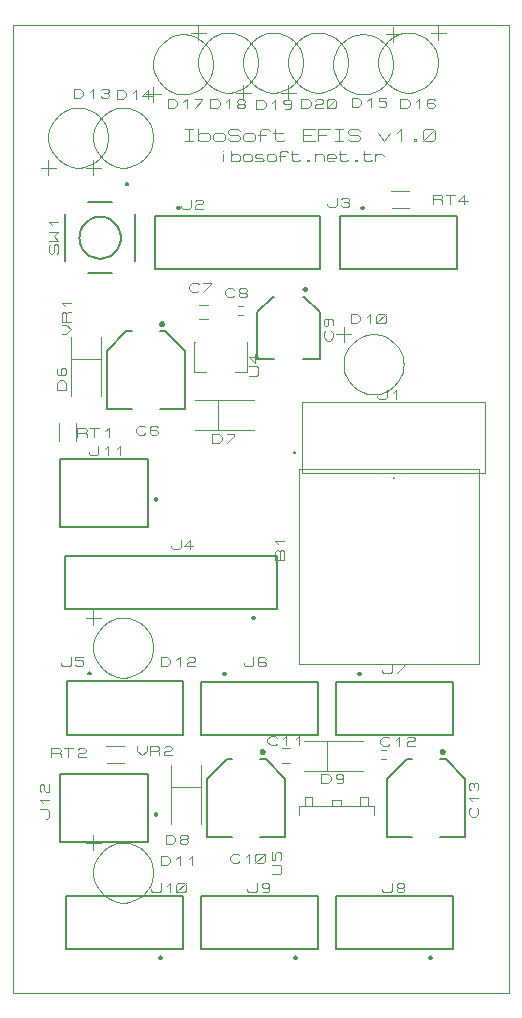
<source format=gbr>
G04 PROTEUS GERBER X2 FILE*
%TF.GenerationSoftware,Labcenter,Proteus,8.16-SP3-Build36097*%
%TF.CreationDate,2024-05-04T02:13:19+00:00*%
%TF.FileFunction,Legend,Top*%
%TF.FilePolarity,Positive*%
%TF.Part,Single*%
%TF.SameCoordinates,{03efdd39-6268-421f-b844-547f2104f690}*%
%FSLAX45Y45*%
%MOMM*%
G01*
%TA.AperFunction,Material*%
%ADD53C,0.100000*%
%ADD54C,0.101600*%
%ADD55C,0.127000*%
%ADD56C,0.200000*%
%ADD57C,0.250000*%
%TA.AperFunction,NonMaterial*%
%ADD58C,0.101600*%
%TA.AperFunction,Profile*%
%ADD34C,0.101600*%
%TD.AperFunction*%
D53*
X+1143000Y-91000D02*
X+1148000Y-86000D01*
X+1143000Y-81000D01*
X+1138000Y-86000D01*
X+1143000Y-91000D01*
D54*
X+218600Y-780680D02*
X+142400Y-780680D01*
X+142400Y-714005D01*
X+155100Y-700670D01*
X+167800Y-700670D01*
X+180500Y-714005D01*
X+193200Y-700670D01*
X+205900Y-700670D01*
X+218600Y-714005D01*
X+218600Y-780680D01*
X+180500Y-780680D02*
X+180500Y-714005D01*
X+167800Y-647330D02*
X+142400Y-620660D01*
X+218600Y-620660D01*
D55*
X-938302Y+71605D02*
X-938302Y-504395D01*
X-1678302Y-504395D01*
X-1678302Y+71605D01*
X-938302Y+71605D01*
D56*
X-854302Y-269395D02*
X-854337Y-268564D01*
X-854618Y-266900D01*
X-855208Y-265236D01*
X-856172Y-263572D01*
X-857647Y-261931D01*
X-859311Y-260730D01*
X-860975Y-259965D01*
X-862639Y-259534D01*
X-864302Y-259395D01*
X-874302Y-269395D02*
X-874267Y-268564D01*
X-873986Y-266900D01*
X-873396Y-265236D01*
X-872432Y-263572D01*
X-870957Y-261931D01*
X-869293Y-260730D01*
X-867629Y-259965D01*
X-865965Y-259534D01*
X-864302Y-259395D01*
X-874302Y-269395D02*
X-874267Y-270226D01*
X-873986Y-271890D01*
X-873396Y-273554D01*
X-872432Y-275218D01*
X-870957Y-276859D01*
X-869293Y-278060D01*
X-867629Y-278825D01*
X-865965Y-279256D01*
X-864302Y-279395D01*
X-854302Y-269395D02*
X-854337Y-270226D01*
X-854618Y-271890D01*
X-855208Y-273554D01*
X-856172Y-275218D01*
X-857647Y-276859D01*
X-859311Y-278060D01*
X-860975Y-278825D01*
X-862639Y-279256D01*
X-864302Y-279395D01*
D54*
X-1435072Y+128755D02*
X-1435072Y+116055D01*
X-1421737Y+103355D01*
X-1368397Y+103355D01*
X-1355062Y+116055D01*
X-1355062Y+179555D01*
X-1301722Y+154155D02*
X-1275052Y+179555D01*
X-1275052Y+103355D01*
X-1195042Y+154155D02*
X-1168372Y+179555D01*
X-1168372Y+103355D01*
D55*
X-938302Y-2595395D02*
X-938302Y-3171395D01*
X-1678302Y-3171395D01*
X-1678302Y-2595395D01*
X-938302Y-2595395D01*
D56*
X-854302Y-2936395D02*
X-854337Y-2935564D01*
X-854618Y-2933900D01*
X-855208Y-2932236D01*
X-856172Y-2930572D01*
X-857647Y-2928931D01*
X-859311Y-2927730D01*
X-860975Y-2926965D01*
X-862639Y-2926534D01*
X-864302Y-2926395D01*
X-874302Y-2936395D02*
X-874267Y-2935564D01*
X-873986Y-2933900D01*
X-873396Y-2932236D01*
X-872432Y-2930572D01*
X-870957Y-2928931D01*
X-869293Y-2927730D01*
X-867629Y-2926965D01*
X-865965Y-2926534D01*
X-864302Y-2926395D01*
X-874302Y-2936395D02*
X-874267Y-2937226D01*
X-873986Y-2938890D01*
X-873396Y-2940554D01*
X-872432Y-2942218D01*
X-870957Y-2943859D01*
X-869293Y-2945060D01*
X-867629Y-2945825D01*
X-865965Y-2946256D01*
X-864302Y-2946395D01*
X-854302Y-2936395D02*
X-854337Y-2937226D01*
X-854618Y-2938890D01*
X-855208Y-2940554D01*
X-856172Y-2942218D01*
X-857647Y-2943859D01*
X-859311Y-2945060D01*
X-860975Y-2945825D01*
X-862639Y-2946256D01*
X-864302Y-2946395D01*
D54*
X-1799579Y-2974088D02*
X-1786879Y-2974088D01*
X-1774179Y-2960753D01*
X-1774179Y-2907413D01*
X-1786879Y-2894078D01*
X-1850379Y-2894078D01*
X-1824979Y-2840738D02*
X-1850379Y-2814068D01*
X-1774179Y-2814068D01*
X-1837679Y-2747393D02*
X-1850379Y-2734058D01*
X-1850379Y-2694053D01*
X-1837679Y-2680718D01*
X-1824979Y-2680718D01*
X-1812279Y-2694053D01*
X-1812279Y-2734058D01*
X-1799579Y-2747393D01*
X-1774179Y-2747393D01*
X-1774179Y-2680718D01*
X-92422Y+1063050D02*
X-92422Y+809050D01*
X-194022Y+809050D01*
X-442942Y+809050D02*
X-544542Y+809050D01*
X-544542Y+1063050D01*
X-536922Y+1063050D01*
X-92422Y+1063050D02*
X-100042Y+1063050D01*
X-75383Y+778716D02*
X-11883Y+778716D01*
X+817Y+792051D01*
X+817Y+845391D01*
X-11883Y+858726D01*
X-75383Y+858726D01*
X-24583Y+965406D02*
X-24583Y+885396D01*
X-75383Y+938736D01*
X+817Y+938736D01*
X+977198Y-2944015D02*
X+977198Y-2867815D01*
X+342198Y-2867815D01*
X+342198Y-2944015D01*
X+697798Y-2867815D02*
X+697798Y-2817015D01*
X+621598Y-2817015D01*
X+621598Y-2867815D01*
X+926398Y-2867815D02*
X+926398Y-2791615D01*
X+862898Y-2791615D01*
X+862898Y-2867815D01*
X+392998Y-2867815D02*
X+392998Y-2791615D01*
X+456498Y-2791615D01*
X+456498Y-2867815D02*
X+456498Y-2791615D01*
X+118678Y-3443760D02*
X+182178Y-3443760D01*
X+194878Y-3430425D01*
X+194878Y-3377085D01*
X+182178Y-3363750D01*
X+118678Y-3363750D01*
X+118678Y-3257070D02*
X+118678Y-3323745D01*
X+144078Y-3323745D01*
X+144078Y-3270405D01*
X+156778Y-3257070D01*
X+182178Y-3257070D01*
X+194878Y-3270405D01*
X+194878Y-3310410D01*
X+182178Y-3323745D01*
X-1665902Y+1129585D02*
X-1627802Y+1129585D01*
X-1589702Y+1169590D01*
X-1627802Y+1209595D01*
X-1665902Y+1209595D01*
X-1589702Y+1236265D02*
X-1665902Y+1236265D01*
X-1665902Y+1302940D01*
X-1653202Y+1316275D01*
X-1640502Y+1316275D01*
X-1627802Y+1302940D01*
X-1627802Y+1236265D01*
X-1627802Y+1302940D02*
X-1615102Y+1316275D01*
X-1589702Y+1316275D01*
X-1640502Y+1369615D02*
X-1665902Y+1396285D01*
X-1589702Y+1396285D01*
X-1025822Y-2359410D02*
X-1025822Y-2397510D01*
X-985817Y-2435610D01*
X-945812Y-2397510D01*
X-945812Y-2359410D01*
X-919142Y-2435610D02*
X-919142Y-2359410D01*
X-852467Y-2359410D01*
X-839132Y-2372110D01*
X-839132Y-2384810D01*
X-852467Y-2397510D01*
X-919142Y-2397510D01*
X-852467Y-2397510D02*
X-839132Y-2410210D01*
X-839132Y-2435610D01*
X-799127Y-2372110D02*
X-785792Y-2359410D01*
X-745787Y-2359410D01*
X-732452Y-2372110D01*
X-732452Y-2384810D01*
X-745787Y-2397510D01*
X-785792Y-2397510D01*
X-799127Y-2410210D01*
X-799127Y-2435610D01*
X-732452Y-2435610D01*
X-498822Y+1380550D02*
X-430242Y+1380550D01*
X-498822Y+1258630D02*
X-427702Y+1258630D01*
X-505507Y+1499257D02*
X-518842Y+1486557D01*
X-558847Y+1486557D01*
X-585517Y+1511957D01*
X-585517Y+1537357D01*
X-558847Y+1562757D01*
X-518842Y+1562757D01*
X-505507Y+1550057D01*
X-465502Y+1562757D02*
X-398827Y+1562757D01*
X-398827Y+1550057D01*
X-465502Y+1486557D01*
X-1287442Y-2354735D02*
X-1135042Y-2354735D01*
X-1284902Y-2502055D02*
X-1135042Y-2502055D01*
X-1754802Y-2451255D02*
X-1754802Y-2375055D01*
X-1688127Y-2375055D01*
X-1674792Y-2387755D01*
X-1674792Y-2400455D01*
X-1688127Y-2413155D01*
X-1754802Y-2413155D01*
X-1688127Y-2413155D02*
X-1674792Y-2425855D01*
X-1674792Y-2451255D01*
X-1648122Y-2375055D02*
X-1568112Y-2375055D01*
X-1608117Y-2375055D02*
X-1608117Y-2451255D01*
X-1528107Y-2387755D02*
X-1514772Y-2375055D01*
X-1474767Y-2375055D01*
X-1461432Y-2387755D01*
X-1461432Y-2400455D01*
X-1474767Y-2413155D01*
X-1514772Y-2413155D01*
X-1528107Y-2425855D01*
X-1528107Y-2451255D01*
X-1461432Y-2451255D01*
X-33742Y+314130D02*
X-534122Y+314130D01*
X-534122Y+568130D02*
X-33742Y+568130D01*
X-341082Y+314130D02*
X-341082Y+568130D01*
X-389342Y+207450D02*
X-389342Y+283650D01*
X-336002Y+283650D01*
X-309332Y+258250D01*
X-309332Y+232850D01*
X-336002Y+207450D01*
X-389342Y+207450D01*
X-269327Y+283650D02*
X-202652Y+283650D01*
X-202652Y+270950D01*
X-269327Y+207450D01*
X-1588482Y+608390D02*
X-1588482Y+1108770D01*
X-1334482Y+1108770D02*
X-1334482Y+608390D01*
X-1588482Y+915730D02*
X-1334482Y+915730D01*
X-1630382Y+660113D02*
X-1706582Y+660113D01*
X-1706582Y+713453D01*
X-1681182Y+740123D01*
X-1655782Y+740123D01*
X-1630382Y+713453D01*
X-1630382Y+660113D01*
X-1693882Y+846803D02*
X-1706582Y+833468D01*
X-1706582Y+793463D01*
X-1693882Y+780128D01*
X-1643082Y+780128D01*
X-1630382Y+793463D01*
X-1630382Y+833468D01*
X-1643082Y+846803D01*
X-1655782Y+846803D01*
X-1668482Y+833468D01*
X-1668482Y+780128D01*
X+889438Y-2566755D02*
X+389058Y-2566755D01*
X+389058Y-2312755D02*
X+889438Y-2312755D01*
X+582098Y-2566755D02*
X+582098Y-2312755D01*
X+533838Y-2673435D02*
X+533838Y-2597235D01*
X+587178Y-2597235D01*
X+613848Y-2622635D01*
X+613848Y-2648035D01*
X+587178Y-2673435D01*
X+533838Y-2673435D01*
X+720528Y-2622635D02*
X+707193Y-2635335D01*
X+667188Y-2635335D01*
X+653853Y-2622635D01*
X+653853Y-2609935D01*
X+667188Y-2597235D01*
X+707193Y-2597235D01*
X+720528Y-2609935D01*
X+720528Y-2660735D01*
X+707193Y-2673435D01*
X+667188Y-2673435D01*
X-737302Y-3015135D02*
X-737302Y-2514755D01*
X-483302Y-2514755D02*
X-483302Y-3015135D01*
X-737302Y-2707795D02*
X-483302Y-2707795D01*
X-785562Y-3185315D02*
X-785562Y-3109115D01*
X-732222Y-3109115D01*
X-705552Y-3134515D01*
X-705552Y-3159915D01*
X-732222Y-3185315D01*
X-785562Y-3185315D01*
X-652212Y-3147215D02*
X-665547Y-3134515D01*
X-665547Y-3121815D01*
X-652212Y-3109115D01*
X-612207Y-3109115D01*
X-598872Y-3121815D01*
X-598872Y-3134515D01*
X-612207Y-3147215D01*
X-652212Y-3147215D01*
X-665547Y-3159915D01*
X-665547Y-3172615D01*
X-652212Y-3185315D01*
X-612207Y-3185315D01*
X-598872Y-3172615D01*
X-598872Y-3159915D01*
X-612207Y-3147215D01*
X+1039198Y-2387755D02*
X+1084918Y-2387755D01*
X+1039198Y-2469035D02*
X+1084918Y-2469035D01*
X+1109048Y-2344575D02*
X+1095713Y-2357275D01*
X+1055708Y-2357275D01*
X+1029038Y-2331875D01*
X+1029038Y-2306475D01*
X+1055708Y-2281075D01*
X+1095713Y-2281075D01*
X+1109048Y-2293775D01*
X+1162388Y-2306475D02*
X+1189058Y-2281075D01*
X+1189058Y-2357275D01*
X+1255733Y-2293775D02*
X+1269068Y-2281075D01*
X+1309073Y-2281075D01*
X+1322408Y-2293775D01*
X+1322408Y-2306475D01*
X+1309073Y-2319175D01*
X+1269068Y-2319175D01*
X+1255733Y-2331875D01*
X+1255733Y-2357275D01*
X+1322408Y-2357275D01*
X+269678Y-2498175D02*
X+201098Y-2498175D01*
X+269678Y-2376255D02*
X+198558Y-2376255D01*
X+156648Y-2338155D02*
X+143313Y-2350855D01*
X+103308Y-2350855D01*
X+76638Y-2325455D01*
X+76638Y-2300055D01*
X+103308Y-2274655D01*
X+143313Y-2274655D01*
X+156648Y-2287355D01*
X+209988Y-2300055D02*
X+236658Y-2274655D01*
X+236658Y-2350855D01*
X+316668Y-2300055D02*
X+343338Y-2274655D01*
X+343338Y-2350855D01*
D57*
X+45198Y-2405395D02*
X+45155Y-2404356D01*
X+44803Y-2402277D01*
X+44066Y-2400198D01*
X+42862Y-2398119D01*
X+41021Y-2396069D01*
X+38942Y-2394566D01*
X+36863Y-2393609D01*
X+34784Y-2393070D01*
X+32705Y-2392895D01*
X+32698Y-2392895D01*
X+20198Y-2405395D02*
X+20241Y-2404356D01*
X+20593Y-2402277D01*
X+21330Y-2400198D01*
X+22534Y-2398119D01*
X+24375Y-2396069D01*
X+26454Y-2394566D01*
X+28533Y-2393609D01*
X+30612Y-2393070D01*
X+32691Y-2392895D01*
X+32698Y-2392895D01*
X+20198Y-2405395D02*
X+20241Y-2406434D01*
X+20593Y-2408513D01*
X+21330Y-2410592D01*
X+22534Y-2412671D01*
X+24375Y-2414721D01*
X+26454Y-2416224D01*
X+28533Y-2417181D01*
X+30612Y-2417720D01*
X+32691Y-2417895D01*
X+32698Y-2417895D01*
X+45198Y-2405395D02*
X+45155Y-2406434D01*
X+44803Y-2408513D01*
X+44066Y-2410592D01*
X+42862Y-2412671D01*
X+41021Y-2414721D01*
X+38942Y-2416224D01*
X+36863Y-2417181D01*
X+34784Y-2417720D01*
X+32705Y-2417895D01*
X+32698Y-2417895D01*
D56*
X+17698Y-2470395D02*
X+62698Y-2470395D01*
X+227698Y-2635395D01*
X+227698Y-3130395D01*
X+17698Y-3130395D01*
X-222302Y-2470395D02*
X-267302Y-2470395D01*
X-432302Y-2635395D01*
X-432302Y-3130395D01*
X-222302Y-3130395D01*
D54*
X-159812Y-3333795D02*
X-173147Y-3346495D01*
X-213152Y-3346495D01*
X-239822Y-3321095D01*
X-239822Y-3295695D01*
X-213152Y-3270295D01*
X-173147Y-3270295D01*
X-159812Y-3282995D01*
X-106472Y-3295695D02*
X-79802Y-3270295D01*
X-79802Y-3346495D01*
X-26462Y-3333795D02*
X-26462Y-3282995D01*
X-13127Y-3270295D01*
X+40213Y-3270295D01*
X+53548Y-3282995D01*
X+53548Y-3333795D01*
X+40213Y-3346495D01*
X-13127Y-3346495D01*
X-26462Y-3333795D01*
X-26462Y-3346495D02*
X+53548Y-3270295D01*
D57*
X+1569198Y-2405395D02*
X+1569155Y-2404356D01*
X+1568803Y-2402277D01*
X+1568066Y-2400198D01*
X+1566862Y-2398119D01*
X+1565021Y-2396069D01*
X+1562942Y-2394566D01*
X+1560863Y-2393609D01*
X+1558784Y-2393070D01*
X+1556705Y-2392895D01*
X+1556698Y-2392895D01*
X+1544198Y-2405395D02*
X+1544241Y-2404356D01*
X+1544593Y-2402277D01*
X+1545330Y-2400198D01*
X+1546534Y-2398119D01*
X+1548375Y-2396069D01*
X+1550454Y-2394566D01*
X+1552533Y-2393609D01*
X+1554612Y-2393070D01*
X+1556691Y-2392895D01*
X+1556698Y-2392895D01*
X+1544198Y-2405395D02*
X+1544241Y-2406434D01*
X+1544593Y-2408513D01*
X+1545330Y-2410592D01*
X+1546534Y-2412671D01*
X+1548375Y-2414721D01*
X+1550454Y-2416224D01*
X+1552533Y-2417181D01*
X+1554612Y-2417720D01*
X+1556691Y-2417895D01*
X+1556698Y-2417895D01*
X+1569198Y-2405395D02*
X+1569155Y-2406434D01*
X+1568803Y-2408513D01*
X+1568066Y-2410592D01*
X+1566862Y-2412671D01*
X+1565021Y-2414721D01*
X+1562942Y-2416224D01*
X+1560863Y-2417181D01*
X+1558784Y-2417720D01*
X+1556705Y-2417895D01*
X+1556698Y-2417895D01*
D56*
X+1541698Y-2470395D02*
X+1586698Y-2470395D01*
X+1751698Y-2635395D01*
X+1751698Y-3130395D01*
X+1541698Y-3130395D01*
X+1301698Y-2470395D02*
X+1256698Y-2470395D01*
X+1091698Y-2635395D01*
X+1091698Y-3130395D01*
X+1301698Y-3130395D01*
D54*
X+1850598Y-2880405D02*
X+1863298Y-2893740D01*
X+1863298Y-2933745D01*
X+1837898Y-2960415D01*
X+1812498Y-2960415D01*
X+1787098Y-2933745D01*
X+1787098Y-2893740D01*
X+1799798Y-2880405D01*
X+1812498Y-2827065D02*
X+1787098Y-2800395D01*
X+1863298Y-2800395D01*
X+1799798Y-2733720D02*
X+1787098Y-2720385D01*
X+1787098Y-2680380D01*
X+1799798Y-2667045D01*
X+1812498Y-2667045D01*
X+1825198Y-2680380D01*
X+1837898Y-2667045D01*
X+1850598Y-2667045D01*
X+1863298Y-2680380D01*
X+1863298Y-2720385D01*
X+1850598Y-2733720D01*
X+1825198Y-2707050D02*
X+1825198Y-2680380D01*
D57*
X-805982Y+1218130D02*
X-806025Y+1219169D01*
X-806377Y+1221248D01*
X-807114Y+1223327D01*
X-808318Y+1225406D01*
X-810159Y+1227456D01*
X-812238Y+1228959D01*
X-814317Y+1229916D01*
X-816396Y+1230455D01*
X-818475Y+1230630D01*
X-818482Y+1230630D01*
X-830982Y+1218130D02*
X-830939Y+1219169D01*
X-830587Y+1221248D01*
X-829850Y+1223327D01*
X-828646Y+1225406D01*
X-826805Y+1227456D01*
X-824726Y+1228959D01*
X-822647Y+1229916D01*
X-820568Y+1230455D01*
X-818489Y+1230630D01*
X-818482Y+1230630D01*
X-830982Y+1218130D02*
X-830939Y+1217091D01*
X-830587Y+1215012D01*
X-829850Y+1212933D01*
X-828646Y+1210854D01*
X-826805Y+1208804D01*
X-824726Y+1207301D01*
X-822647Y+1206344D01*
X-820568Y+1205805D01*
X-818489Y+1205630D01*
X-818482Y+1205630D01*
X-805982Y+1218130D02*
X-806025Y+1217091D01*
X-806377Y+1215012D01*
X-807114Y+1212933D01*
X-808318Y+1210854D01*
X-810159Y+1208804D01*
X-812238Y+1207301D01*
X-814317Y+1206344D01*
X-816396Y+1205805D01*
X-818475Y+1205630D01*
X-818482Y+1205630D01*
D56*
X-833482Y+1153130D02*
X-788482Y+1153130D01*
X-623482Y+988130D01*
X-623482Y+493130D01*
X-833482Y+493130D01*
X-1073482Y+1153130D02*
X-1118482Y+1153130D01*
X-1283482Y+988130D01*
X-1283482Y+493130D01*
X-1073482Y+493130D01*
D54*
X-957652Y+289730D02*
X-970987Y+277030D01*
X-1010992Y+277030D01*
X-1037662Y+302430D01*
X-1037662Y+327830D01*
X-1010992Y+353230D01*
X-970987Y+353230D01*
X-957652Y+340530D01*
X-850972Y+340530D02*
X-864307Y+353230D01*
X-904312Y+353230D01*
X-917647Y+340530D01*
X-917647Y+289730D01*
X-904312Y+277030D01*
X-864307Y+277030D01*
X-850972Y+289730D01*
X-850972Y+302430D01*
X-864307Y+315130D01*
X-917647Y+315130D01*
D57*
X+406945Y+1512000D02*
X+406902Y+1513039D01*
X+406550Y+1515118D01*
X+405813Y+1517197D01*
X+404609Y+1519276D01*
X+402768Y+1521326D01*
X+400689Y+1522829D01*
X+398610Y+1523786D01*
X+396531Y+1524325D01*
X+394452Y+1524500D01*
X+394445Y+1524500D01*
X+381945Y+1512000D02*
X+381988Y+1513039D01*
X+382340Y+1515118D01*
X+383077Y+1517197D01*
X+384281Y+1519276D01*
X+386122Y+1521326D01*
X+388201Y+1522829D01*
X+390280Y+1523786D01*
X+392359Y+1524325D01*
X+394438Y+1524500D01*
X+394445Y+1524500D01*
X+381945Y+1512000D02*
X+381988Y+1510961D01*
X+382340Y+1508882D01*
X+383077Y+1506803D01*
X+384281Y+1504724D01*
X+386122Y+1502674D01*
X+388201Y+1501171D01*
X+390280Y+1500214D01*
X+392359Y+1499675D01*
X+394438Y+1499500D01*
X+394445Y+1499500D01*
X+406945Y+1512000D02*
X+406902Y+1510961D01*
X+406550Y+1508882D01*
X+405813Y+1506803D01*
X+404609Y+1504724D01*
X+402768Y+1502674D01*
X+400689Y+1501171D01*
X+398610Y+1500214D01*
X+396531Y+1499675D01*
X+394452Y+1499500D01*
X+394445Y+1499500D01*
D56*
X+376945Y+1447000D02*
X+386945Y+1447000D01*
X+519445Y+1314500D01*
X+519445Y+917000D01*
X+376945Y+917000D01*
X+131945Y+1447000D02*
X+121945Y+1447000D01*
X-10555Y+1314500D01*
X-10555Y+917000D01*
X+131945Y+917000D01*
D54*
X+618345Y+1155330D02*
X+631045Y+1141995D01*
X+631045Y+1101990D01*
X+605645Y+1075320D01*
X+580245Y+1075320D01*
X+554845Y+1101990D01*
X+554845Y+1141995D01*
X+567545Y+1155330D01*
X+580245Y+1262010D02*
X+592945Y+1248675D01*
X+592945Y+1208670D01*
X+580245Y+1195335D01*
X+567545Y+1195335D01*
X+554845Y+1208670D01*
X+554845Y+1248675D01*
X+567545Y+1262010D01*
X+618345Y+1262010D01*
X+631045Y+1248675D01*
X+631045Y+1208670D01*
X-1687341Y+221866D02*
X-1687341Y+374266D01*
X-1540021Y+224406D02*
X-1540021Y+374266D01*
X-1534941Y+257426D02*
X-1534941Y+333626D01*
X-1468266Y+333626D01*
X-1454931Y+320926D01*
X-1454931Y+308226D01*
X-1468266Y+295526D01*
X-1534941Y+295526D01*
X-1468266Y+295526D02*
X-1454931Y+282826D01*
X-1454931Y+257426D01*
X-1428261Y+333626D02*
X-1348251Y+333626D01*
X-1388256Y+333626D02*
X-1388256Y+257426D01*
X-1294911Y+308226D02*
X-1268241Y+333626D01*
X-1268241Y+257426D01*
D55*
X+518698Y+1679226D02*
X-871302Y+1679226D01*
X+518698Y+2129226D02*
X+518698Y+1679226D01*
X-871302Y+1679226D02*
X-871302Y+2129226D01*
X+518698Y+2129226D01*
D56*
X-666302Y+2199226D02*
X-666337Y+2200057D01*
X-666618Y+2201721D01*
X-667208Y+2203385D01*
X-668172Y+2205049D01*
X-669647Y+2206690D01*
X-671311Y+2207891D01*
X-672975Y+2208656D01*
X-674639Y+2209087D01*
X-676302Y+2209226D01*
X-686302Y+2199226D02*
X-686267Y+2200057D01*
X-685986Y+2201721D01*
X-685396Y+2203385D01*
X-684432Y+2205049D01*
X-682957Y+2206690D01*
X-681293Y+2207891D01*
X-679629Y+2208656D01*
X-677965Y+2209087D01*
X-676302Y+2209226D01*
X-686302Y+2199226D02*
X-686267Y+2198395D01*
X-685986Y+2196731D01*
X-685396Y+2195067D01*
X-684432Y+2193403D01*
X-682957Y+2191762D01*
X-681293Y+2190561D01*
X-679629Y+2189796D01*
X-677965Y+2189365D01*
X-676302Y+2189226D01*
X-666302Y+2199226D02*
X-666337Y+2198395D01*
X-666618Y+2196731D01*
X-667208Y+2195067D01*
X-668172Y+2193403D01*
X-669647Y+2191762D01*
X-671311Y+2190561D01*
X-672975Y+2189796D01*
X-674639Y+2189365D01*
X-676302Y+2189226D01*
D54*
X-653672Y+2217366D02*
X-653672Y+2204666D01*
X-640337Y+2191966D01*
X-586997Y+2191966D01*
X-573662Y+2204666D01*
X-573662Y+2268166D01*
X-533657Y+2255466D02*
X-520322Y+2268166D01*
X-480317Y+2268166D01*
X-466982Y+2255466D01*
X-466982Y+2242766D01*
X-480317Y+2230066D01*
X-520322Y+2230066D01*
X-533657Y+2217366D01*
X-533657Y+2191966D01*
X-466982Y+2191966D01*
D55*
X+1677698Y+1679226D02*
X+687698Y+1679226D01*
X+1677698Y+2129226D02*
X+1677698Y+1679226D01*
X+687698Y+1679226D02*
X+687698Y+2129226D01*
X+1677698Y+2129226D01*
D56*
X+892698Y+2199226D02*
X+892663Y+2200057D01*
X+892382Y+2201721D01*
X+891792Y+2203385D01*
X+890828Y+2205049D01*
X+889353Y+2206690D01*
X+887689Y+2207891D01*
X+886025Y+2208656D01*
X+884361Y+2209087D01*
X+882698Y+2209226D01*
X+872698Y+2199226D02*
X+872733Y+2200057D01*
X+873014Y+2201721D01*
X+873604Y+2203385D01*
X+874568Y+2205049D01*
X+876043Y+2206690D01*
X+877707Y+2207891D01*
X+879371Y+2208656D01*
X+881035Y+2209087D01*
X+882698Y+2209226D01*
X+872698Y+2199226D02*
X+872733Y+2198395D01*
X+873014Y+2196731D01*
X+873604Y+2195067D01*
X+874568Y+2193403D01*
X+876043Y+2191762D01*
X+877707Y+2190561D01*
X+879371Y+2189796D01*
X+881035Y+2189365D01*
X+882698Y+2189226D01*
X+892698Y+2199226D02*
X+892663Y+2198395D01*
X+892382Y+2196731D01*
X+891792Y+2195067D01*
X+890828Y+2193403D01*
X+889353Y+2191762D01*
X+887689Y+2190561D01*
X+886025Y+2189796D01*
X+884361Y+2189365D01*
X+882698Y+2189226D01*
D54*
X+582057Y+2231751D02*
X+582057Y+2219051D01*
X+595392Y+2206351D01*
X+648732Y+2206351D01*
X+662067Y+2219051D01*
X+662067Y+2282551D01*
X+702072Y+2269851D02*
X+715407Y+2282551D01*
X+755412Y+2282551D01*
X+768747Y+2269851D01*
X+768747Y+2257151D01*
X+755412Y+2244451D01*
X+768747Y+2231751D01*
X+768747Y+2219051D01*
X+755412Y+2206351D01*
X+715407Y+2206351D01*
X+702072Y+2219051D01*
X+728742Y+2244451D02*
X+755412Y+2244451D01*
D55*
X-1635302Y-751395D02*
X+154698Y-751395D01*
X-1635302Y-1201395D02*
X-1635302Y-751395D01*
X+154698Y-751395D02*
X+154698Y-1201395D01*
X-1635302Y-1201395D01*
D56*
X-30302Y-1271395D02*
X-30337Y-1270564D01*
X-30618Y-1268900D01*
X-31208Y-1267236D01*
X-32172Y-1265572D01*
X-33647Y-1263931D01*
X-35311Y-1262730D01*
X-36975Y-1261965D01*
X-38639Y-1261534D01*
X-40302Y-1261395D01*
X-50302Y-1271395D02*
X-50267Y-1270564D01*
X-49986Y-1268900D01*
X-49396Y-1267236D01*
X-48432Y-1265572D01*
X-46957Y-1263931D01*
X-45293Y-1262730D01*
X-43629Y-1261965D01*
X-41965Y-1261534D01*
X-40302Y-1261395D01*
X-50302Y-1271395D02*
X-50267Y-1272226D01*
X-49986Y-1273890D01*
X-49396Y-1275554D01*
X-48432Y-1277218D01*
X-46957Y-1278859D01*
X-45293Y-1280060D01*
X-43629Y-1280825D01*
X-41965Y-1281256D01*
X-40302Y-1281395D01*
X-30302Y-1271395D02*
X-30337Y-1272226D01*
X-30618Y-1273890D01*
X-31208Y-1275554D01*
X-32172Y-1277218D01*
X-33647Y-1278859D01*
X-35311Y-1280060D01*
X-36975Y-1280825D01*
X-38639Y-1281256D01*
X-40302Y-1281395D01*
D54*
X-737982Y-661732D02*
X-737982Y-674432D01*
X-724647Y-687132D01*
X-671307Y-687132D01*
X-657972Y-674432D01*
X-657972Y-610932D01*
X-551292Y-661732D02*
X-631302Y-661732D01*
X-577962Y-610932D01*
X-577962Y-687132D01*
D55*
X-634334Y-2261140D02*
X-1624334Y-2261140D01*
X-634334Y-1811140D02*
X-634334Y-2261140D01*
X-1624334Y-2261140D02*
X-1624334Y-1811140D01*
X-634334Y-1811140D01*
D56*
X-1419334Y-1741140D02*
X-1419369Y-1740309D01*
X-1419650Y-1738645D01*
X-1420240Y-1736981D01*
X-1421204Y-1735317D01*
X-1422679Y-1733676D01*
X-1424343Y-1732475D01*
X-1426007Y-1731710D01*
X-1427671Y-1731279D01*
X-1429334Y-1731140D01*
X-1439334Y-1741140D02*
X-1439299Y-1740309D01*
X-1439018Y-1738645D01*
X-1438428Y-1736981D01*
X-1437464Y-1735317D01*
X-1435989Y-1733676D01*
X-1434325Y-1732475D01*
X-1432661Y-1731710D01*
X-1430997Y-1731279D01*
X-1429334Y-1731140D01*
X-1439334Y-1741140D02*
X-1439299Y-1741971D01*
X-1439018Y-1743635D01*
X-1438428Y-1745299D01*
X-1437464Y-1746963D01*
X-1435989Y-1748604D01*
X-1434325Y-1749805D01*
X-1432661Y-1750570D01*
X-1430997Y-1751001D01*
X-1429334Y-1751140D01*
X-1419334Y-1741140D02*
X-1419369Y-1741971D01*
X-1419650Y-1743635D01*
X-1420240Y-1745299D01*
X-1421204Y-1746963D01*
X-1422679Y-1748604D01*
X-1424343Y-1749805D01*
X-1426007Y-1750570D01*
X-1427671Y-1751001D01*
X-1429334Y-1751140D01*
D54*
X-1668244Y-1655103D02*
X-1668244Y-1667803D01*
X-1654909Y-1680503D01*
X-1601569Y-1680503D01*
X-1588234Y-1667803D01*
X-1588234Y-1604303D01*
X-1481554Y-1604303D02*
X-1548229Y-1604303D01*
X-1548229Y-1629703D01*
X-1494889Y-1629703D01*
X-1481554Y-1642403D01*
X-1481554Y-1667803D01*
X-1494889Y-1680503D01*
X-1534894Y-1680503D01*
X-1548229Y-1667803D01*
D55*
X+508574Y-2266650D02*
X-481426Y-2266650D01*
X+508574Y-1816650D02*
X+508574Y-2266650D01*
X-481426Y-2266650D02*
X-481426Y-1816650D01*
X+508574Y-1816650D01*
D56*
X-276426Y-1746650D02*
X-276461Y-1745819D01*
X-276742Y-1744155D01*
X-277332Y-1742491D01*
X-278296Y-1740827D01*
X-279771Y-1739186D01*
X-281435Y-1737985D01*
X-283099Y-1737220D01*
X-284763Y-1736789D01*
X-286426Y-1736650D01*
X-296426Y-1746650D02*
X-296391Y-1745819D01*
X-296110Y-1744155D01*
X-295520Y-1742491D01*
X-294556Y-1740827D01*
X-293081Y-1739186D01*
X-291417Y-1737985D01*
X-289753Y-1737220D01*
X-288089Y-1736789D01*
X-286426Y-1736650D01*
X-296426Y-1746650D02*
X-296391Y-1747481D01*
X-296110Y-1749145D01*
X-295520Y-1750809D01*
X-294556Y-1752473D01*
X-293081Y-1754114D01*
X-291417Y-1755315D01*
X-289753Y-1756080D01*
X-288089Y-1756511D01*
X-286426Y-1756650D01*
X-276426Y-1746650D02*
X-276461Y-1747481D01*
X-276742Y-1749145D01*
X-277332Y-1750809D01*
X-278296Y-1752473D01*
X-279771Y-1754114D01*
X-281435Y-1755315D01*
X-283099Y-1756080D01*
X-284763Y-1756511D01*
X-286426Y-1756650D01*
D54*
X-123982Y-1655936D02*
X-123982Y-1668636D01*
X-110647Y-1681336D01*
X-57307Y-1681336D01*
X-43972Y-1668636D01*
X-43972Y-1605136D01*
X+62708Y-1617836D02*
X+49373Y-1605136D01*
X+9368Y-1605136D01*
X-3967Y-1617836D01*
X-3967Y-1668636D01*
X+9368Y-1681336D01*
X+49373Y-1681336D01*
X+62708Y-1668636D01*
X+62708Y-1655936D01*
X+49373Y-1643236D01*
X-3967Y-1643236D01*
D55*
X+1651574Y-2266650D02*
X+661574Y-2266650D01*
X+1651574Y-1816650D02*
X+1651574Y-2266650D01*
X+661574Y-2266650D02*
X+661574Y-1816650D01*
X+1651574Y-1816650D01*
D56*
X+866574Y-1746650D02*
X+866539Y-1745819D01*
X+866258Y-1744155D01*
X+865668Y-1742491D01*
X+864704Y-1740827D01*
X+863229Y-1739186D01*
X+861565Y-1737985D01*
X+859901Y-1737220D01*
X+858237Y-1736789D01*
X+856574Y-1736650D01*
X+846574Y-1746650D02*
X+846609Y-1745819D01*
X+846890Y-1744155D01*
X+847480Y-1742491D01*
X+848444Y-1740827D01*
X+849919Y-1739186D01*
X+851583Y-1737985D01*
X+853247Y-1737220D01*
X+854911Y-1736789D01*
X+856574Y-1736650D01*
X+846574Y-1746650D02*
X+846609Y-1747481D01*
X+846890Y-1749145D01*
X+847480Y-1750809D01*
X+848444Y-1752473D01*
X+849919Y-1754114D01*
X+851583Y-1755315D01*
X+853247Y-1756080D01*
X+854911Y-1756511D01*
X+856574Y-1756650D01*
X+866574Y-1746650D02*
X+866539Y-1747481D01*
X+866258Y-1749145D01*
X+865668Y-1750809D01*
X+864704Y-1752473D01*
X+863229Y-1754114D01*
X+861565Y-1755315D01*
X+859901Y-1756080D01*
X+858237Y-1756511D01*
X+856574Y-1756650D01*
D54*
X+1049894Y-1714200D02*
X+1049894Y-1726900D01*
X+1063229Y-1739600D01*
X+1116569Y-1739600D01*
X+1129904Y-1726900D01*
X+1129904Y-1663400D01*
X+1169909Y-1663400D02*
X+1236584Y-1663400D01*
X+1236584Y-1676100D01*
X+1169909Y-1739600D01*
D55*
X+661574Y-3628650D02*
X+1651574Y-3628650D01*
X+661574Y-4078650D02*
X+661574Y-3628650D01*
X+1651574Y-3628650D02*
X+1651574Y-4078650D01*
X+661574Y-4078650D01*
D56*
X+1466574Y-4148650D02*
X+1466539Y-4147819D01*
X+1466258Y-4146155D01*
X+1465668Y-4144491D01*
X+1464704Y-4142827D01*
X+1463229Y-4141186D01*
X+1461565Y-4139985D01*
X+1459901Y-4139220D01*
X+1458237Y-4138789D01*
X+1456574Y-4138650D01*
X+1446574Y-4148650D02*
X+1446609Y-4147819D01*
X+1446890Y-4146155D01*
X+1447480Y-4144491D01*
X+1448444Y-4142827D01*
X+1449919Y-4141186D01*
X+1451583Y-4139985D01*
X+1453247Y-4139220D01*
X+1454911Y-4138789D01*
X+1456574Y-4138650D01*
X+1446574Y-4148650D02*
X+1446609Y-4149481D01*
X+1446890Y-4151145D01*
X+1447480Y-4152809D01*
X+1448444Y-4154473D01*
X+1449919Y-4156114D01*
X+1451583Y-4157315D01*
X+1453247Y-4158080D01*
X+1454911Y-4158511D01*
X+1456574Y-4158650D01*
X+1466574Y-4148650D02*
X+1466539Y-4149481D01*
X+1466258Y-4151145D01*
X+1465668Y-4152809D01*
X+1464704Y-4154473D01*
X+1463229Y-4156114D01*
X+1461565Y-4157315D01*
X+1459901Y-4158080D01*
X+1458237Y-4158511D01*
X+1456574Y-4158650D01*
D54*
X+1049894Y-3571500D02*
X+1049894Y-3584200D01*
X+1063229Y-3596900D01*
X+1116569Y-3596900D01*
X+1129904Y-3584200D01*
X+1129904Y-3520700D01*
X+1183244Y-3558800D02*
X+1169909Y-3546100D01*
X+1169909Y-3533400D01*
X+1183244Y-3520700D01*
X+1223249Y-3520700D01*
X+1236584Y-3533400D01*
X+1236584Y-3546100D01*
X+1223249Y-3558800D01*
X+1183244Y-3558800D01*
X+1169909Y-3571500D01*
X+1169909Y-3584200D01*
X+1183244Y-3596900D01*
X+1223249Y-3596900D01*
X+1236584Y-3584200D01*
X+1236584Y-3571500D01*
X+1223249Y-3558800D01*
D55*
X-481426Y-3628650D02*
X+508574Y-3628650D01*
X-481426Y-4078650D02*
X-481426Y-3628650D01*
X+508574Y-3628650D02*
X+508574Y-4078650D01*
X-481426Y-4078650D01*
D56*
X+323574Y-4148650D02*
X+323539Y-4147819D01*
X+323258Y-4146155D01*
X+322668Y-4144491D01*
X+321704Y-4142827D01*
X+320229Y-4141186D01*
X+318565Y-4139985D01*
X+316901Y-4139220D01*
X+315237Y-4138789D01*
X+313574Y-4138650D01*
X+303574Y-4148650D02*
X+303609Y-4147819D01*
X+303890Y-4146155D01*
X+304480Y-4144491D01*
X+305444Y-4142827D01*
X+306919Y-4141186D01*
X+308583Y-4139985D01*
X+310247Y-4139220D01*
X+311911Y-4138789D01*
X+313574Y-4138650D01*
X+303574Y-4148650D02*
X+303609Y-4149481D01*
X+303890Y-4151145D01*
X+304480Y-4152809D01*
X+305444Y-4154473D01*
X+306919Y-4156114D01*
X+308583Y-4157315D01*
X+310247Y-4158080D01*
X+311911Y-4158511D01*
X+313574Y-4158650D01*
X+323574Y-4148650D02*
X+323539Y-4149481D01*
X+323258Y-4151145D01*
X+322668Y-4152809D01*
X+321704Y-4154473D01*
X+320229Y-4156114D01*
X+318565Y-4157315D01*
X+316901Y-4158080D01*
X+315237Y-4158511D01*
X+313574Y-4158650D01*
D54*
X-93106Y-3571500D02*
X-93106Y-3584200D01*
X-79771Y-3596900D01*
X-26431Y-3596900D01*
X-13096Y-3584200D01*
X-13096Y-3520700D01*
X+93584Y-3546100D02*
X+80249Y-3558800D01*
X+40244Y-3558800D01*
X+26909Y-3546100D01*
X+26909Y-3533400D01*
X+40244Y-3520700D01*
X+80249Y-3520700D01*
X+93584Y-3533400D01*
X+93584Y-3584200D01*
X+80249Y-3596900D01*
X+40244Y-3596900D01*
D55*
X-1624426Y-3628650D02*
X-634426Y-3628650D01*
X-1624426Y-4078650D02*
X-1624426Y-3628650D01*
X-634426Y-3628650D02*
X-634426Y-4078650D01*
X-1624426Y-4078650D01*
D56*
X-819426Y-4148650D02*
X-819461Y-4147819D01*
X-819742Y-4146155D01*
X-820332Y-4144491D01*
X-821296Y-4142827D01*
X-822771Y-4141186D01*
X-824435Y-4139985D01*
X-826099Y-4139220D01*
X-827763Y-4138789D01*
X-829426Y-4138650D01*
X-839426Y-4148650D02*
X-839391Y-4147819D01*
X-839110Y-4146155D01*
X-838520Y-4144491D01*
X-837556Y-4142827D01*
X-836081Y-4141186D01*
X-834417Y-4139985D01*
X-832753Y-4139220D01*
X-831089Y-4138789D01*
X-829426Y-4138650D01*
X-839426Y-4148650D02*
X-839391Y-4149481D01*
X-839110Y-4151145D01*
X-838520Y-4152809D01*
X-837556Y-4154473D01*
X-836081Y-4156114D01*
X-834417Y-4157315D01*
X-832753Y-4158080D01*
X-831089Y-4158511D01*
X-829426Y-4158650D01*
X-819426Y-4148650D02*
X-819461Y-4149481D01*
X-819742Y-4151145D01*
X-820332Y-4152809D01*
X-821296Y-4154473D01*
X-822771Y-4156114D01*
X-824435Y-4157315D01*
X-826099Y-4158080D01*
X-827763Y-4158511D01*
X-829426Y-4158650D01*
D54*
X-908446Y-3571500D02*
X-908446Y-3584200D01*
X-895111Y-3596900D01*
X-841771Y-3596900D01*
X-828436Y-3584200D01*
X-828436Y-3520700D01*
X-775096Y-3546100D02*
X-748426Y-3520700D01*
X-748426Y-3596900D01*
X-695086Y-3584200D02*
X-695086Y-3533400D01*
X-681751Y-3520700D01*
X-628411Y-3520700D01*
X-615076Y-3533400D01*
X-615076Y-3584200D01*
X-628411Y-3596900D01*
X-681751Y-3596900D01*
X-695086Y-3584200D01*
X-695086Y-3596900D02*
X-615076Y-3520700D01*
D55*
X-1040302Y+2145605D02*
X-1040302Y+1745605D01*
X-1239302Y+1645605D02*
X-1439302Y+1645605D01*
X-1638812Y+1745605D02*
X-1638812Y+2145605D01*
X-1239302Y+2244605D02*
X-1439302Y+2244605D01*
X-1163802Y+1945105D02*
X-1164385Y+1959400D01*
X-1169123Y+1987991D01*
X-1179017Y+2016582D01*
X-1195126Y+2045173D01*
X-1219767Y+2073603D01*
X-1248358Y+2095203D01*
X-1276949Y+2109155D01*
X-1305540Y+2117327D01*
X-1334131Y+2120529D01*
X-1339302Y+2120605D01*
X-1514802Y+1945105D02*
X-1514219Y+1959400D01*
X-1509481Y+1987991D01*
X-1499587Y+2016582D01*
X-1483478Y+2045173D01*
X-1458837Y+2073603D01*
X-1430246Y+2095203D01*
X-1401655Y+2109155D01*
X-1373064Y+2117327D01*
X-1344473Y+2120529D01*
X-1339302Y+2120605D01*
X-1514802Y+1945105D02*
X-1514219Y+1930810D01*
X-1509481Y+1902219D01*
X-1499587Y+1873628D01*
X-1483478Y+1845037D01*
X-1458837Y+1816607D01*
X-1430246Y+1795007D01*
X-1401655Y+1781055D01*
X-1373064Y+1772883D01*
X-1344473Y+1769681D01*
X-1339302Y+1769605D01*
X-1163802Y+1945105D02*
X-1164385Y+1930810D01*
X-1169123Y+1902219D01*
X-1179017Y+1873628D01*
X-1195126Y+1845037D01*
X-1219767Y+1816607D01*
X-1248358Y+1795007D01*
X-1276949Y+1781055D01*
X-1305540Y+1772883D01*
X-1334131Y+1769681D01*
X-1339302Y+1769605D01*
D56*
X-1104302Y+2402605D02*
X-1104337Y+2403436D01*
X-1104618Y+2405100D01*
X-1105208Y+2406764D01*
X-1106172Y+2408428D01*
X-1107647Y+2410069D01*
X-1109311Y+2411270D01*
X-1110975Y+2412035D01*
X-1112639Y+2412466D01*
X-1114302Y+2412605D01*
X-1124302Y+2402605D02*
X-1124267Y+2403436D01*
X-1123986Y+2405100D01*
X-1123396Y+2406764D01*
X-1122432Y+2408428D01*
X-1120957Y+2410069D01*
X-1119293Y+2411270D01*
X-1117629Y+2412035D01*
X-1115965Y+2412466D01*
X-1114302Y+2412605D01*
X-1124302Y+2402605D02*
X-1124267Y+2401774D01*
X-1123986Y+2400110D01*
X-1123396Y+2398446D01*
X-1122432Y+2396782D01*
X-1120957Y+2395141D01*
X-1119293Y+2393940D01*
X-1117629Y+2393175D01*
X-1115965Y+2392744D01*
X-1114302Y+2392605D01*
X-1104302Y+2402605D02*
X-1104337Y+2401774D01*
X-1104618Y+2400110D01*
X-1105208Y+2398446D01*
X-1106172Y+2396782D01*
X-1107647Y+2395141D01*
X-1109311Y+2393940D01*
X-1110975Y+2393175D01*
X-1112639Y+2392744D01*
X-1114302Y+2392605D01*
D54*
X-1707052Y+1810335D02*
X-1694352Y+1823670D01*
X-1694352Y+1877010D01*
X-1707052Y+1890345D01*
X-1719752Y+1890345D01*
X-1732452Y+1877010D01*
X-1732452Y+1823670D01*
X-1745152Y+1810335D01*
X-1757852Y+1810335D01*
X-1770552Y+1823670D01*
X-1770552Y+1877010D01*
X-1757852Y+1890345D01*
X-1770552Y+1917015D02*
X-1694352Y+1917015D01*
X-1732452Y+1957020D01*
X-1694352Y+1997025D01*
X-1770552Y+1997025D01*
X-1745152Y+2050365D02*
X-1770552Y+2077035D01*
X-1694352Y+2077035D01*
X+1140652Y+3413605D02*
X+1139825Y+3434088D01*
X+1133107Y+3475055D01*
X+1119089Y+3516022D01*
X+1096311Y+3556989D01*
X+1061511Y+3597834D01*
X+1020544Y+3629450D01*
X+979577Y+3649997D01*
X+938610Y+3662234D01*
X+897643Y+3667367D01*
X+886652Y+3667605D01*
X+632652Y+3413605D02*
X+633479Y+3434088D01*
X+640197Y+3475055D01*
X+654215Y+3516022D01*
X+676993Y+3556989D01*
X+711793Y+3597834D01*
X+752760Y+3629450D01*
X+793727Y+3649997D01*
X+834694Y+3662234D01*
X+875661Y+3667367D01*
X+886652Y+3667605D01*
X+632652Y+3413605D02*
X+633479Y+3393122D01*
X+640197Y+3352155D01*
X+654215Y+3311188D01*
X+676993Y+3270221D01*
X+711793Y+3229376D01*
X+752760Y+3197760D01*
X+793727Y+3177213D01*
X+834694Y+3164976D01*
X+875661Y+3159843D01*
X+886652Y+3159605D01*
X+1140652Y+3413605D02*
X+1139825Y+3393122D01*
X+1133107Y+3352155D01*
X+1119089Y+3311188D01*
X+1096311Y+3270221D01*
X+1061511Y+3229376D01*
X+1020544Y+3197760D01*
X+979577Y+3177213D01*
X+938610Y+3164976D01*
X+897643Y+3159843D01*
X+886652Y+3159605D01*
X+1140652Y+3731105D02*
X+1140652Y+3604105D01*
X+1204152Y+3667605D02*
X+1077152Y+3667605D01*
X+790725Y+3049304D02*
X+790725Y+3125504D01*
X+844065Y+3125504D01*
X+870735Y+3100104D01*
X+870735Y+3074704D01*
X+844065Y+3049304D01*
X+790725Y+3049304D01*
X+924075Y+3100104D02*
X+950745Y+3125504D01*
X+950745Y+3049304D01*
X+1084095Y+3125504D02*
X+1017420Y+3125504D01*
X+1017420Y+3100104D01*
X+1070760Y+3100104D01*
X+1084095Y+3087404D01*
X+1084095Y+3062004D01*
X+1070760Y+3049304D01*
X+1030755Y+3049304D01*
X+1017420Y+3062004D01*
X+1524000Y+3429000D02*
X+1523173Y+3449483D01*
X+1516455Y+3490450D01*
X+1502437Y+3531417D01*
X+1479659Y+3572384D01*
X+1444859Y+3613229D01*
X+1403892Y+3644845D01*
X+1362925Y+3665392D01*
X+1321958Y+3677629D01*
X+1280991Y+3682762D01*
X+1270000Y+3683000D01*
X+1016000Y+3429000D02*
X+1016827Y+3449483D01*
X+1023545Y+3490450D01*
X+1037563Y+3531417D01*
X+1060341Y+3572384D01*
X+1095141Y+3613229D01*
X+1136108Y+3644845D01*
X+1177075Y+3665392D01*
X+1218042Y+3677629D01*
X+1259009Y+3682762D01*
X+1270000Y+3683000D01*
X+1016000Y+3429000D02*
X+1016827Y+3408517D01*
X+1023545Y+3367550D01*
X+1037563Y+3326583D01*
X+1060341Y+3285616D01*
X+1095141Y+3244771D01*
X+1136108Y+3213155D01*
X+1177075Y+3192608D01*
X+1218042Y+3180371D01*
X+1259009Y+3175238D01*
X+1270000Y+3175000D01*
X+1524000Y+3429000D02*
X+1523173Y+3408517D01*
X+1516455Y+3367550D01*
X+1502437Y+3326583D01*
X+1479659Y+3285616D01*
X+1444859Y+3244771D01*
X+1403892Y+3213155D01*
X+1362925Y+3192608D01*
X+1321958Y+3180371D01*
X+1280991Y+3175238D01*
X+1270000Y+3175000D01*
X+1524000Y+3746500D02*
X+1524000Y+3619500D01*
X+1587500Y+3683000D02*
X+1460500Y+3683000D01*
X+1201419Y+3045459D02*
X+1201419Y+3121659D01*
X+1254759Y+3121659D01*
X+1281429Y+3096259D01*
X+1281429Y+3070859D01*
X+1254759Y+3045459D01*
X+1201419Y+3045459D01*
X+1334769Y+3096259D02*
X+1361439Y+3121659D01*
X+1361439Y+3045459D01*
X+1494789Y+3108959D02*
X+1481454Y+3121659D01*
X+1441449Y+3121659D01*
X+1428114Y+3108959D01*
X+1428114Y+3058159D01*
X+1441449Y+3045459D01*
X+1481454Y+3045459D01*
X+1494789Y+3058159D01*
X+1494789Y+3070859D01*
X+1481454Y+3083559D01*
X+1428114Y+3083559D01*
X-130262Y+1289490D02*
X-175982Y+1289490D01*
X-130262Y+1370770D02*
X-175982Y+1370770D01*
X-206463Y+1453560D02*
X-219798Y+1440860D01*
X-259803Y+1440860D01*
X-286473Y+1466260D01*
X-286473Y+1491660D01*
X-259803Y+1517060D01*
X-219798Y+1517060D01*
X-206463Y+1504360D01*
X-153123Y+1478960D02*
X-166458Y+1491660D01*
X-166458Y+1504360D01*
X-153123Y+1517060D01*
X-113118Y+1517060D01*
X-99783Y+1504360D01*
X-99783Y+1491660D01*
X-113118Y+1478960D01*
X-153123Y+1478960D01*
X-166458Y+1466260D01*
X-166458Y+1453560D01*
X-153123Y+1440860D01*
X-113118Y+1440860D01*
X-99783Y+1453560D01*
X-99783Y+1466260D01*
X-113118Y+1478960D01*
X-381000Y+3413605D02*
X-381827Y+3434088D01*
X-388545Y+3475055D01*
X-402563Y+3516022D01*
X-425341Y+3556989D01*
X-460141Y+3597834D01*
X-501108Y+3629450D01*
X-542075Y+3649997D01*
X-583042Y+3662234D01*
X-624009Y+3667367D01*
X-635000Y+3667605D01*
X-889000Y+3413605D02*
X-888173Y+3434088D01*
X-881455Y+3475055D01*
X-867437Y+3516022D01*
X-844659Y+3556989D01*
X-809859Y+3597834D01*
X-768892Y+3629450D01*
X-727925Y+3649997D01*
X-686958Y+3662234D01*
X-645991Y+3667367D01*
X-635000Y+3667605D01*
X-889000Y+3413605D02*
X-888173Y+3393122D01*
X-881455Y+3352155D01*
X-867437Y+3311188D01*
X-844659Y+3270221D01*
X-809859Y+3229376D01*
X-768892Y+3197760D01*
X-727925Y+3177213D01*
X-686958Y+3164976D01*
X-645991Y+3159843D01*
X-635000Y+3159605D01*
X-381000Y+3413605D02*
X-381827Y+3393122D01*
X-388545Y+3352155D01*
X-402563Y+3311188D01*
X-425341Y+3270221D01*
X-460141Y+3229376D01*
X-501108Y+3197760D01*
X-542075Y+3177213D01*
X-583042Y+3164976D01*
X-624009Y+3159843D01*
X-635000Y+3159605D01*
X-889000Y+3096105D02*
X-889000Y+3223105D01*
X-952500Y+3159605D02*
X-825500Y+3159605D01*
X-767248Y+3045138D02*
X-767248Y+3121338D01*
X-713908Y+3121338D01*
X-687238Y+3095938D01*
X-687238Y+3070538D01*
X-713908Y+3045138D01*
X-767248Y+3045138D01*
X-633898Y+3095938D02*
X-607228Y+3121338D01*
X-607228Y+3045138D01*
X-540553Y+3121338D02*
X-473878Y+3121338D01*
X-473878Y+3108638D01*
X-540553Y+3045138D01*
X+0Y+3429000D02*
X-827Y+3449483D01*
X-7545Y+3490450D01*
X-21563Y+3531417D01*
X-44341Y+3572384D01*
X-79141Y+3613229D01*
X-120108Y+3644845D01*
X-161075Y+3665392D01*
X-202042Y+3677629D01*
X-243009Y+3682762D01*
X-254000Y+3683000D01*
X-508000Y+3429000D02*
X-507173Y+3449483D01*
X-500455Y+3490450D01*
X-486437Y+3531417D01*
X-463659Y+3572384D01*
X-428859Y+3613229D01*
X-387892Y+3644845D01*
X-346925Y+3665392D01*
X-305958Y+3677629D01*
X-264991Y+3682762D01*
X-254000Y+3683000D01*
X-508000Y+3429000D02*
X-507173Y+3408517D01*
X-500455Y+3367550D01*
X-486437Y+3326583D01*
X-463659Y+3285616D01*
X-428859Y+3244771D01*
X-387892Y+3213155D01*
X-346925Y+3192608D01*
X-305958Y+3180371D01*
X-264991Y+3175238D01*
X-254000Y+3175000D01*
X+0Y+3429000D02*
X-827Y+3408517D01*
X-7545Y+3367550D01*
X-21563Y+3326583D01*
X-44341Y+3285616D01*
X-79141Y+3244771D01*
X-120108Y+3213155D01*
X-161075Y+3192608D01*
X-202042Y+3180371D01*
X-243009Y+3175238D01*
X-254000Y+3175000D01*
X-571500Y+3683000D02*
X-444500Y+3683000D01*
X-508000Y+3746500D02*
X-508000Y+3619500D01*
X-405808Y+3044077D02*
X-405808Y+3120277D01*
X-352468Y+3120277D01*
X-325798Y+3094877D01*
X-325798Y+3069477D01*
X-352468Y+3044077D01*
X-405808Y+3044077D01*
X-272458Y+3094877D02*
X-245788Y+3120277D01*
X-245788Y+3044077D01*
X-165778Y+3082177D02*
X-179113Y+3094877D01*
X-179113Y+3107577D01*
X-165778Y+3120277D01*
X-125773Y+3120277D01*
X-112438Y+3107577D01*
X-112438Y+3094877D01*
X-125773Y+3082177D01*
X-165778Y+3082177D01*
X-179113Y+3069477D01*
X-179113Y+3056777D01*
X-165778Y+3044077D01*
X-125773Y+3044077D01*
X-112438Y+3056777D01*
X-112438Y+3069477D01*
X-125773Y+3082177D01*
X+381000Y+3429000D02*
X+380173Y+3449483D01*
X+373455Y+3490450D01*
X+359437Y+3531417D01*
X+336659Y+3572384D01*
X+301859Y+3613229D01*
X+260892Y+3644845D01*
X+219925Y+3665392D01*
X+178958Y+3677629D01*
X+137991Y+3682762D01*
X+127000Y+3683000D01*
X-127000Y+3429000D02*
X-126173Y+3449483D01*
X-119455Y+3490450D01*
X-105437Y+3531417D01*
X-82659Y+3572384D01*
X-47859Y+3613229D01*
X-6892Y+3644845D01*
X+34075Y+3665392D01*
X+75042Y+3677629D01*
X+116009Y+3682762D01*
X+127000Y+3683000D01*
X-127000Y+3429000D02*
X-126173Y+3408517D01*
X-119455Y+3367550D01*
X-105437Y+3326583D01*
X-82659Y+3285616D01*
X-47859Y+3244771D01*
X-6892Y+3213155D01*
X+34075Y+3192608D01*
X+75042Y+3180371D01*
X+116009Y+3175238D01*
X+127000Y+3175000D01*
X+381000Y+3429000D02*
X+380173Y+3408517D01*
X+373455Y+3367550D01*
X+359437Y+3326583D01*
X+336659Y+3285616D01*
X+301859Y+3244771D01*
X+260892Y+3213155D01*
X+219925Y+3192608D01*
X+178958Y+3180371D01*
X+137991Y+3175238D01*
X+127000Y+3175000D01*
X-127000Y+3111500D02*
X-127000Y+3238500D01*
X-190500Y+3175000D02*
X-63500Y+3175000D01*
X-15916Y+3039265D02*
X-15916Y+3115465D01*
X+37424Y+3115465D01*
X+64094Y+3090065D01*
X+64094Y+3064665D01*
X+37424Y+3039265D01*
X-15916Y+3039265D01*
X+117434Y+3090065D02*
X+144104Y+3115465D01*
X+144104Y+3039265D01*
X+277454Y+3090065D02*
X+264119Y+3077365D01*
X+224114Y+3077365D01*
X+210779Y+3090065D01*
X+210779Y+3102765D01*
X+224114Y+3115465D01*
X+264119Y+3115465D01*
X+277454Y+3102765D01*
X+277454Y+3051965D01*
X+264119Y+3039265D01*
X+224114Y+3039265D01*
X+762000Y+3429000D02*
X+761173Y+3449483D01*
X+754455Y+3490450D01*
X+740437Y+3531417D01*
X+717659Y+3572384D01*
X+682859Y+3613229D01*
X+641892Y+3644845D01*
X+600925Y+3665392D01*
X+559958Y+3677629D01*
X+518991Y+3682762D01*
X+508000Y+3683000D01*
X+254000Y+3429000D02*
X+254827Y+3449483D01*
X+261545Y+3490450D01*
X+275563Y+3531417D01*
X+298341Y+3572384D01*
X+333141Y+3613229D01*
X+374108Y+3644845D01*
X+415075Y+3665392D01*
X+456042Y+3677629D01*
X+497009Y+3682762D01*
X+508000Y+3683000D01*
X+254000Y+3429000D02*
X+254827Y+3408517D01*
X+261545Y+3367550D01*
X+275563Y+3326583D01*
X+298341Y+3285616D01*
X+333141Y+3244771D01*
X+374108Y+3213155D01*
X+415075Y+3192608D01*
X+456042Y+3180371D01*
X+497009Y+3175238D01*
X+508000Y+3175000D01*
X+762000Y+3429000D02*
X+761173Y+3408517D01*
X+754455Y+3367550D01*
X+740437Y+3326583D01*
X+717659Y+3285616D01*
X+682859Y+3244771D01*
X+641892Y+3213155D01*
X+600925Y+3192608D01*
X+559958Y+3180371D01*
X+518991Y+3175238D01*
X+508000Y+3175000D01*
X+254000Y+3111500D02*
X+254000Y+3238500D01*
X+190500Y+3175000D02*
X+317500Y+3175000D01*
X+363717Y+3040394D02*
X+363717Y+3116594D01*
X+417057Y+3116594D01*
X+443727Y+3091194D01*
X+443727Y+3065794D01*
X+417057Y+3040394D01*
X+363717Y+3040394D01*
X+483732Y+3103894D02*
X+497067Y+3116594D01*
X+537072Y+3116594D01*
X+550407Y+3103894D01*
X+550407Y+3091194D01*
X+537072Y+3078494D01*
X+497067Y+3078494D01*
X+483732Y+3065794D01*
X+483732Y+3040394D01*
X+550407Y+3040394D01*
X+577077Y+3053094D02*
X+577077Y+3103894D01*
X+590412Y+3116594D01*
X+643752Y+3116594D01*
X+657087Y+3103894D01*
X+657087Y+3053094D01*
X+643752Y+3040394D01*
X+590412Y+3040394D01*
X+577077Y+3053094D01*
X+577077Y+3040394D02*
X+657087Y+3116594D01*
X+1125558Y+2344265D02*
X+1277958Y+2344265D01*
X+1128098Y+2196945D02*
X+1277958Y+2196945D01*
X+1478621Y+2232350D02*
X+1478621Y+2308550D01*
X+1545296Y+2308550D01*
X+1558631Y+2295850D01*
X+1558631Y+2283150D01*
X+1545296Y+2270450D01*
X+1478621Y+2270450D01*
X+1545296Y+2270450D02*
X+1558631Y+2257750D01*
X+1558631Y+2232350D01*
X+1585301Y+2308550D02*
X+1665311Y+2308550D01*
X+1625306Y+2308550D02*
X+1625306Y+2232350D01*
X+1771991Y+2257750D02*
X+1691981Y+2257750D01*
X+1745321Y+2308550D01*
X+1745321Y+2232350D01*
D58*
X+340698Y-1666395D02*
X+1864698Y-1666395D01*
X+1864698Y-15395D01*
X+340698Y-15395D01*
X+340698Y-1666395D01*
D53*
X+370000Y-46000D02*
X+1916000Y-46000D01*
X+1916000Y+554000D01*
X+370000Y+554000D01*
X+370000Y-46000D01*
D56*
X+309000Y+127000D02*
X+308983Y+127415D01*
X+308842Y+128247D01*
X+308547Y+129079D01*
X+308065Y+129911D01*
X+307328Y+130732D01*
X+306496Y+131332D01*
X+305664Y+131715D01*
X+304832Y+131930D01*
X+304000Y+132000D01*
X+299000Y+127000D02*
X+299017Y+127415D01*
X+299158Y+128247D01*
X+299453Y+129079D01*
X+299935Y+129911D01*
X+300672Y+130732D01*
X+301504Y+131332D01*
X+302336Y+131715D01*
X+303168Y+131930D01*
X+304000Y+132000D01*
X+299000Y+127000D02*
X+299017Y+126585D01*
X+299158Y+125753D01*
X+299453Y+124921D01*
X+299935Y+124089D01*
X+300672Y+123268D01*
X+301504Y+122668D01*
X+302336Y+122285D01*
X+303168Y+122070D01*
X+304000Y+122000D01*
X+309000Y+127000D02*
X+308983Y+126585D01*
X+308842Y+125753D01*
X+308547Y+124921D01*
X+308065Y+124089D01*
X+307328Y+123268D01*
X+306496Y+122668D01*
X+305664Y+122285D01*
X+304832Y+122070D01*
X+304000Y+122000D01*
D54*
X+1008320Y+609800D02*
X+1008320Y+597100D01*
X+1021655Y+584400D01*
X+1074995Y+584400D01*
X+1088330Y+597100D01*
X+1088330Y+660600D01*
X+1141670Y+635200D02*
X+1168340Y+660600D01*
X+1168340Y+584400D01*
X+1229698Y+873605D02*
X+1228871Y+894088D01*
X+1222153Y+935055D01*
X+1208135Y+976022D01*
X+1185357Y+1016989D01*
X+1150557Y+1057834D01*
X+1109590Y+1089450D01*
X+1068623Y+1109997D01*
X+1027656Y+1122234D01*
X+986689Y+1127367D01*
X+975698Y+1127605D01*
X+721698Y+873605D02*
X+722525Y+894088D01*
X+729243Y+935055D01*
X+743261Y+976022D01*
X+766039Y+1016989D01*
X+800839Y+1057834D01*
X+841806Y+1089450D01*
X+882773Y+1109997D01*
X+923740Y+1122234D01*
X+964707Y+1127367D01*
X+975698Y+1127605D01*
X+721698Y+873605D02*
X+722525Y+853122D01*
X+729243Y+812155D01*
X+743261Y+771188D01*
X+766039Y+730221D01*
X+800839Y+689376D01*
X+841806Y+657760D01*
X+882773Y+637213D01*
X+923740Y+624976D01*
X+964707Y+619843D01*
X+975698Y+619605D01*
X+1229698Y+873605D02*
X+1228871Y+853122D01*
X+1222153Y+812155D01*
X+1208135Y+771188D01*
X+1185357Y+730221D01*
X+1150557Y+689376D01*
X+1109590Y+657760D01*
X+1068623Y+637213D01*
X+1027656Y+624976D01*
X+986689Y+619843D01*
X+975698Y+619605D01*
X+658198Y+1127605D02*
X+785198Y+1127605D01*
X+721698Y+1191105D02*
X+721698Y+1064105D01*
X+783928Y+1221585D02*
X+783928Y+1297785D01*
X+837268Y+1297785D01*
X+863938Y+1272385D01*
X+863938Y+1246985D01*
X+837268Y+1221585D01*
X+783928Y+1221585D01*
X+917278Y+1272385D02*
X+943948Y+1297785D01*
X+943948Y+1221585D01*
X+997288Y+1234285D02*
X+997288Y+1285085D01*
X+1010623Y+1297785D01*
X+1063963Y+1297785D01*
X+1077298Y+1285085D01*
X+1077298Y+1234285D01*
X+1063963Y+1221585D01*
X+1010623Y+1221585D01*
X+997288Y+1234285D01*
X+997288Y+1221585D02*
X+1077298Y+1297785D01*
X-889000Y-1524000D02*
X-889827Y-1503517D01*
X-896545Y-1462550D01*
X-910563Y-1421583D01*
X-933341Y-1380616D01*
X-968141Y-1339771D01*
X-1009108Y-1308155D01*
X-1050075Y-1287608D01*
X-1091042Y-1275371D01*
X-1132009Y-1270238D01*
X-1143000Y-1270000D01*
X-1397000Y-1524000D02*
X-1396173Y-1503517D01*
X-1389455Y-1462550D01*
X-1375437Y-1421583D01*
X-1352659Y-1380616D01*
X-1317859Y-1339771D01*
X-1276892Y-1308155D01*
X-1235925Y-1287608D01*
X-1194958Y-1275371D01*
X-1153991Y-1270238D01*
X-1143000Y-1270000D01*
X-1397000Y-1524000D02*
X-1396173Y-1544483D01*
X-1389455Y-1585450D01*
X-1375437Y-1626417D01*
X-1352659Y-1667384D01*
X-1317859Y-1708229D01*
X-1276892Y-1739845D01*
X-1235925Y-1760392D01*
X-1194958Y-1772629D01*
X-1153991Y-1777762D01*
X-1143000Y-1778000D01*
X-889000Y-1524000D02*
X-889827Y-1544483D01*
X-896545Y-1585450D01*
X-910563Y-1626417D01*
X-933341Y-1667384D01*
X-968141Y-1708229D01*
X-1009108Y-1739845D01*
X-1050075Y-1760392D01*
X-1091042Y-1772629D01*
X-1132009Y-1777762D01*
X-1143000Y-1778000D01*
X-1460500Y-1270000D02*
X-1333500Y-1270000D01*
X-1397000Y-1206500D02*
X-1397000Y-1333500D01*
X-826770Y-1684020D02*
X-826770Y-1607820D01*
X-773430Y-1607820D01*
X-746760Y-1633220D01*
X-746760Y-1658620D01*
X-773430Y-1684020D01*
X-826770Y-1684020D01*
X-693420Y-1633220D02*
X-666750Y-1607820D01*
X-666750Y-1684020D01*
X-600075Y-1620520D02*
X-586740Y-1607820D01*
X-546735Y-1607820D01*
X-533400Y-1620520D01*
X-533400Y-1633220D01*
X-546735Y-1645920D01*
X-586740Y-1645920D01*
X-600075Y-1658620D01*
X-600075Y-1684020D01*
X-533400Y-1684020D01*
X-889000Y-3429000D02*
X-889827Y-3408517D01*
X-896545Y-3367550D01*
X-910563Y-3326583D01*
X-933341Y-3285616D01*
X-968141Y-3244771D01*
X-1009108Y-3213155D01*
X-1050075Y-3192608D01*
X-1091042Y-3180371D01*
X-1132009Y-3175238D01*
X-1143000Y-3175000D01*
X-1397000Y-3429000D02*
X-1396173Y-3408517D01*
X-1389455Y-3367550D01*
X-1375437Y-3326583D01*
X-1352659Y-3285616D01*
X-1317859Y-3244771D01*
X-1276892Y-3213155D01*
X-1235925Y-3192608D01*
X-1194958Y-3180371D01*
X-1153991Y-3175238D01*
X-1143000Y-3175000D01*
X-1397000Y-3429000D02*
X-1396173Y-3449483D01*
X-1389455Y-3490450D01*
X-1375437Y-3531417D01*
X-1352659Y-3572384D01*
X-1317859Y-3613229D01*
X-1276892Y-3644845D01*
X-1235925Y-3665392D01*
X-1194958Y-3677629D01*
X-1153991Y-3682762D01*
X-1143000Y-3683000D01*
X-889000Y-3429000D02*
X-889827Y-3449483D01*
X-896545Y-3490450D01*
X-910563Y-3531417D01*
X-933341Y-3572384D01*
X-968141Y-3613229D01*
X-1009108Y-3644845D01*
X-1050075Y-3665392D01*
X-1091042Y-3677629D01*
X-1132009Y-3682762D01*
X-1143000Y-3683000D01*
X-1460500Y-3175000D02*
X-1333500Y-3175000D01*
X-1397000Y-3111500D02*
X-1397000Y-3238500D01*
X-826770Y-3361456D02*
X-826770Y-3285256D01*
X-773430Y-3285256D01*
X-746760Y-3310656D01*
X-746760Y-3336056D01*
X-773430Y-3361456D01*
X-826770Y-3361456D01*
X-693420Y-3310656D02*
X-666750Y-3285256D01*
X-666750Y-3361456D01*
X-586740Y-3310656D02*
X-560070Y-3285256D01*
X-560070Y-3361456D01*
D34*
X-2077000Y-4450000D02*
X+2123000Y-4450000D01*
X+2123000Y+3750000D01*
X-2077000Y+3750000D01*
X-2077000Y-4450000D01*
D58*
X-619125Y+2870045D02*
X-555625Y+2870045D01*
X-587375Y+2870045D02*
X-587375Y+2763365D01*
X-619125Y+2763365D02*
X-555625Y+2763365D01*
X-508000Y+2816705D02*
X-492125Y+2834485D01*
X-428625Y+2834485D01*
X-412750Y+2816705D01*
X-412750Y+2781145D01*
X-428625Y+2763365D01*
X-492125Y+2763365D01*
X-508000Y+2781145D01*
X-508000Y+2763365D02*
X-508000Y+2870045D01*
X-381000Y+2816705D02*
X-365125Y+2834485D01*
X-301625Y+2834485D01*
X-285750Y+2816705D01*
X-285750Y+2781145D01*
X-301625Y+2763365D01*
X-365125Y+2763365D01*
X-381000Y+2781145D01*
X-381000Y+2816705D01*
X-254000Y+2781145D02*
X-238125Y+2763365D01*
X-174625Y+2763365D01*
X-158750Y+2781145D01*
X-158750Y+2798925D01*
X-174625Y+2816705D01*
X-238125Y+2816705D01*
X-254000Y+2834485D01*
X-254000Y+2852265D01*
X-238125Y+2870045D01*
X-174625Y+2870045D01*
X-158750Y+2852265D01*
X-127000Y+2816705D02*
X-111125Y+2834485D01*
X-47625Y+2834485D01*
X-31750Y+2816705D01*
X-31750Y+2781145D01*
X-47625Y+2763365D01*
X-111125Y+2763365D01*
X-127000Y+2781145D01*
X-127000Y+2816705D01*
X+15875Y+2763365D02*
X+15875Y+2852265D01*
X+31750Y+2870045D01*
X+79375Y+2870045D01*
X+95250Y+2852265D01*
X+0Y+2816705D02*
X+63500Y+2816705D01*
X+142875Y+2870045D02*
X+142875Y+2781145D01*
X+158750Y+2763365D01*
X+206375Y+2763365D01*
X+222250Y+2781145D01*
X+127000Y+2834485D02*
X+206375Y+2834485D01*
X+476250Y+2763365D02*
X+381000Y+2763365D01*
X+381000Y+2870045D01*
X+476250Y+2870045D01*
X+381000Y+2816705D02*
X+444500Y+2816705D01*
X+508000Y+2763365D02*
X+508000Y+2870045D01*
X+603250Y+2870045D01*
X+508000Y+2816705D02*
X+571500Y+2816705D01*
X+650875Y+2870045D02*
X+714375Y+2870045D01*
X+682625Y+2870045D02*
X+682625Y+2763365D01*
X+650875Y+2763365D02*
X+714375Y+2763365D01*
X+762000Y+2781145D02*
X+777875Y+2763365D01*
X+841375Y+2763365D01*
X+857250Y+2781145D01*
X+857250Y+2798925D01*
X+841375Y+2816705D01*
X+777875Y+2816705D01*
X+762000Y+2834485D01*
X+762000Y+2852265D01*
X+777875Y+2870045D01*
X+841375Y+2870045D01*
X+857250Y+2852265D01*
X+1016000Y+2834485D02*
X+1063625Y+2763365D01*
X+1111250Y+2834485D01*
X+1174750Y+2834485D02*
X+1206500Y+2870045D01*
X+1206500Y+2763365D01*
X+1317625Y+2781145D02*
X+1333500Y+2781145D01*
X+1333500Y+2763365D01*
X+1317625Y+2763365D01*
X+1317625Y+2781145D01*
X+1397000Y+2781145D02*
X+1397000Y+2852265D01*
X+1412875Y+2870045D01*
X+1476375Y+2870045D01*
X+1492250Y+2852265D01*
X+1492250Y+2781145D01*
X+1476375Y+2763365D01*
X+1412875Y+2763365D01*
X+1397000Y+2781145D01*
X+1397000Y+2763365D02*
X+1492250Y+2870045D01*
X-295174Y+2653766D02*
X-295174Y+2592806D01*
X-295174Y+2684246D02*
X-295174Y+2684246D01*
X-231674Y+2638526D02*
X-218974Y+2653766D01*
X-168174Y+2653766D01*
X-155474Y+2638526D01*
X-155474Y+2608046D01*
X-168174Y+2592806D01*
X-218974Y+2592806D01*
X-231674Y+2608046D01*
X-231674Y+2592806D02*
X-231674Y+2684246D01*
X-130074Y+2638526D02*
X-117374Y+2653766D01*
X-66574Y+2653766D01*
X-53874Y+2638526D01*
X-53874Y+2608046D01*
X-66574Y+2592806D01*
X-117374Y+2592806D01*
X-130074Y+2608046D01*
X-130074Y+2638526D01*
X+35026Y+2653766D02*
X-15774Y+2653766D01*
X-28474Y+2638526D01*
X-15774Y+2623286D01*
X+35026Y+2623286D01*
X+47726Y+2608046D01*
X+35026Y+2592806D01*
X-28474Y+2592806D01*
X+73126Y+2638526D02*
X+85826Y+2653766D01*
X+136626Y+2653766D01*
X+149326Y+2638526D01*
X+149326Y+2608046D01*
X+136626Y+2592806D01*
X+85826Y+2592806D01*
X+73126Y+2608046D01*
X+73126Y+2638526D01*
X+187426Y+2592806D02*
X+187426Y+2669006D01*
X+200126Y+2684246D01*
X+238226Y+2684246D01*
X+250926Y+2669006D01*
X+174726Y+2638526D02*
X+225526Y+2638526D01*
X+289026Y+2684246D02*
X+289026Y+2608046D01*
X+301726Y+2592806D01*
X+339826Y+2592806D01*
X+352526Y+2608046D01*
X+276326Y+2653766D02*
X+339826Y+2653766D01*
X+416026Y+2608046D02*
X+428726Y+2608046D01*
X+428726Y+2592806D01*
X+416026Y+2592806D01*
X+416026Y+2608046D01*
X+479526Y+2592806D02*
X+479526Y+2653766D01*
X+479526Y+2638526D02*
X+492226Y+2653766D01*
X+543026Y+2653766D01*
X+555726Y+2638526D01*
X+555726Y+2592806D01*
X+581126Y+2623286D02*
X+657326Y+2623286D01*
X+657326Y+2638526D01*
X+644626Y+2653766D01*
X+593826Y+2653766D01*
X+581126Y+2638526D01*
X+581126Y+2608046D01*
X+593826Y+2592806D01*
X+644626Y+2592806D01*
X+695426Y+2684246D02*
X+695426Y+2608046D01*
X+708126Y+2592806D01*
X+746226Y+2592806D01*
X+758926Y+2608046D01*
X+682726Y+2653766D02*
X+746226Y+2653766D01*
X+822426Y+2608046D02*
X+835126Y+2608046D01*
X+835126Y+2592806D01*
X+822426Y+2592806D01*
X+822426Y+2608046D01*
X+898626Y+2684246D02*
X+898626Y+2608046D01*
X+911326Y+2592806D01*
X+949426Y+2592806D01*
X+962126Y+2608046D01*
X+885926Y+2653766D02*
X+949426Y+2653766D01*
X+987526Y+2592806D02*
X+987526Y+2653766D01*
X+987526Y+2638526D02*
X+1000226Y+2653766D01*
X+1051026Y+2653766D01*
X+1063726Y+2638526D01*
D54*
X-1270000Y+2794000D02*
X-1270827Y+2814483D01*
X-1277545Y+2855450D01*
X-1291563Y+2896417D01*
X-1314341Y+2937384D01*
X-1349141Y+2978229D01*
X-1390108Y+3009845D01*
X-1431075Y+3030392D01*
X-1472042Y+3042629D01*
X-1513009Y+3047762D01*
X-1524000Y+3048000D01*
X-1778000Y+2794000D02*
X-1777173Y+2814483D01*
X-1770455Y+2855450D01*
X-1756437Y+2896417D01*
X-1733659Y+2937384D01*
X-1698859Y+2978229D01*
X-1657892Y+3009845D01*
X-1616925Y+3030392D01*
X-1575958Y+3042629D01*
X-1534991Y+3047762D01*
X-1524000Y+3048000D01*
X-1778000Y+2794000D02*
X-1777173Y+2773517D01*
X-1770455Y+2732550D01*
X-1756437Y+2691583D01*
X-1733659Y+2650616D01*
X-1698859Y+2609771D01*
X-1657892Y+2578155D01*
X-1616925Y+2557608D01*
X-1575958Y+2545371D01*
X-1534991Y+2540238D01*
X-1524000Y+2540000D01*
X-1270000Y+2794000D02*
X-1270827Y+2773517D01*
X-1277545Y+2732550D01*
X-1291563Y+2691583D01*
X-1314341Y+2650616D01*
X-1349141Y+2609771D01*
X-1390108Y+2578155D01*
X-1431075Y+2557608D01*
X-1472042Y+2545371D01*
X-1513009Y+2540238D01*
X-1524000Y+2540000D01*
X-1778000Y+2476500D02*
X-1778000Y+2603500D01*
X-1841500Y+2540000D02*
X-1714500Y+2540000D01*
X-1562100Y+3132530D02*
X-1562100Y+3208730D01*
X-1508760Y+3208730D01*
X-1482090Y+3183330D01*
X-1482090Y+3157930D01*
X-1508760Y+3132530D01*
X-1562100Y+3132530D01*
X-1428750Y+3183330D02*
X-1402080Y+3208730D01*
X-1402080Y+3132530D01*
X-1335405Y+3196030D02*
X-1322070Y+3208730D01*
X-1282065Y+3208730D01*
X-1268730Y+3196030D01*
X-1268730Y+3183330D01*
X-1282065Y+3170630D01*
X-1268730Y+3157930D01*
X-1268730Y+3145230D01*
X-1282065Y+3132530D01*
X-1322070Y+3132530D01*
X-1335405Y+3145230D01*
X-1308735Y+3170630D02*
X-1282065Y+3170630D01*
X-889000Y+2794000D02*
X-889827Y+2814483D01*
X-896545Y+2855450D01*
X-910563Y+2896417D01*
X-933341Y+2937384D01*
X-968141Y+2978229D01*
X-1009108Y+3009845D01*
X-1050075Y+3030392D01*
X-1091042Y+3042629D01*
X-1132009Y+3047762D01*
X-1143000Y+3048000D01*
X-1397000Y+2794000D02*
X-1396173Y+2814483D01*
X-1389455Y+2855450D01*
X-1375437Y+2896417D01*
X-1352659Y+2937384D01*
X-1317859Y+2978229D01*
X-1276892Y+3009845D01*
X-1235925Y+3030392D01*
X-1194958Y+3042629D01*
X-1153991Y+3047762D01*
X-1143000Y+3048000D01*
X-1397000Y+2794000D02*
X-1396173Y+2773517D01*
X-1389455Y+2732550D01*
X-1375437Y+2691583D01*
X-1352659Y+2650616D01*
X-1317859Y+2609771D01*
X-1276892Y+2578155D01*
X-1235925Y+2557608D01*
X-1194958Y+2545371D01*
X-1153991Y+2540238D01*
X-1143000Y+2540000D01*
X-889000Y+2794000D02*
X-889827Y+2773517D01*
X-896545Y+2732550D01*
X-910563Y+2691583D01*
X-933341Y+2650616D01*
X-968141Y+2609771D01*
X-1009108Y+2578155D01*
X-1050075Y+2557608D01*
X-1091042Y+2545371D01*
X-1132009Y+2540238D01*
X-1143000Y+2540000D01*
X-1397000Y+2476500D02*
X-1397000Y+2603500D01*
X-1460500Y+2540000D02*
X-1333500Y+2540000D01*
X-1197609Y+3121659D02*
X-1197609Y+3197859D01*
X-1144269Y+3197859D01*
X-1117599Y+3172459D01*
X-1117599Y+3147059D01*
X-1144269Y+3121659D01*
X-1197609Y+3121659D01*
X-1064259Y+3172459D02*
X-1037589Y+3197859D01*
X-1037589Y+3121659D01*
X-904239Y+3147059D02*
X-984249Y+3147059D01*
X-930909Y+3197859D01*
X-930909Y+3121659D01*
M02*

</source>
